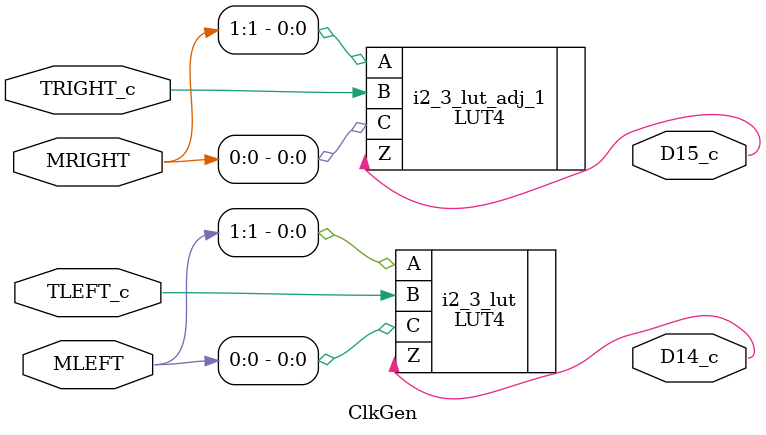
<source format=v>

module LL (LED, DIR, INV, MLEFT, MRIGHT, TLEFT, TRIGHT, D14, 
           D15);   // l:/dt/lauflicht.vhd(6[8:10])
    output [7:0]LED;   // l:/dt/lauflicht.vhd(8[3:6])
    input DIR;   // l:/dt/lauflicht.vhd(9[3:6])
    input INV;   // l:/dt/lauflicht.vhd(9[8:11])
    input [1:0]MLEFT;   // l:/dt/lauflicht.vhd(10[3:8])
    input [1:0]MRIGHT;   // l:/dt/lauflicht.vhd(11[3:9])
    input TLEFT;   // l:/dt/lauflicht.vhd(12[3:8])
    input TRIGHT;   // l:/dt/lauflicht.vhd(13[3:9])
    output D14;   // l:/dt/lauflicht.vhd(14[3:6])
    output D15;   // l:/dt/lauflicht.vhd(14[8:11])
    
    wire [7:0]LED_c;   // l:/dt/lauflicht.vhd(8[3:6])
    wire DIR_c;   // l:/dt/lauflicht.vhd(9[3:6])
    wire INV_c;   // l:/dt/lauflicht.vhd(9[8:11])
    wire [1:0]MLEFT_c;   // l:/dt/lauflicht.vhd(10[3:8])
    wire [1:0]MRIGHT_c;   // l:/dt/lauflicht.vhd(11[3:9])
    wire TLEFT_c;   // l:/dt/lauflicht.vhd(12[3:8])
    wire TRIGHT_c;   // l:/dt/lauflicht.vhd(13[3:9])
    wire D14_c;   // l:/dt/lauflicht.vhd(14[3:6])
    wire D15_c;   // l:/dt/lauflicht.vhd(14[8:11])
    wire [7:0]regi;   // l:/dt/lauflicht.vhd(22[10:14])
    
    wire GND_net;
    wire [7:0]n20;
    
    wire VCC_net;
    
    VHI i36 (.Z(VCC_net));
    OB LED_pad_6 (.I(LED_c[6]), .O(LED[6]));
    OB LED_pad_3 (.I(LED_c[3]), .O(LED[3]));
    FD1S3AX regi_i1 (.D(n20[1]), .CK(D14_c), .Q(regi[1]));
    defparam regi_i1.GSR = "DISABLED";
    OB LED_pad_7 (.I(LED_c[7]), .O(LED[7]));
    LUT4 i24_2_lut (.A(regi[3]), .B(INV_c), .Z(LED_c[3])) /* synthesis lut_function=(!(A (B)+!A !(B))) */ ;
    defparam i24_2_lut.init = 16'h6666;
    OB LED_pad_4 (.I(LED_c[4]), .O(LED[4]));
    FD1S3AX regi_i0 (.D(n20[0]), .CK(D14_c), .Q(regi[0]));
    defparam regi_i0.GSR = "DISABLED";
    OB LED_pad_5 (.I(LED_c[5]), .O(LED[5]));
    PUR PUR_INST (.PUR(VCC_net));
    defparam PUR_INST.RST_PULSE = 1;
    VLO i52 (.Z(GND_net));
    OB LED_pad_2 (.I(LED_c[2]), .O(LED[2]));
    OB LED_pad_1 (.I(LED_c[1]), .O(LED[1]));
    OB LED_pad_0 (.I(LED_c[0]), .O(LED[0]));
    OB D14_pad (.I(D14_c), .O(D14));
    OB D15_pad (.I(D15_c), .O(D15));
    IB DIR_pad (.I(DIR), .O(DIR_c));
    IB INV_pad (.I(INV), .O(INV_c));
    IB MLEFT_pad_1 (.I(MLEFT[1]), .O(MLEFT_c[1]));
    IB MLEFT_pad_0 (.I(MLEFT[0]), .O(MLEFT_c[0]));
    IB MRIGHT_pad_1 (.I(MRIGHT[1]), .O(MRIGHT_c[1]));
    IB MRIGHT_pad_0 (.I(MRIGHT[0]), .O(MRIGHT_c[0]));
    IB TLEFT_pad (.I(TLEFT), .O(TLEFT_c));
    IB TRIGHT_pad (.I(TRIGHT), .O(TRIGHT_c));
    LUT4 i25_2_lut (.A(regi[4]), .B(INV_c), .Z(LED_c[4])) /* synthesis lut_function=(!(A (B)+!A !(B))) */ ;
    defparam i25_2_lut.init = 16'h6666;
    FD1S3AX regi_i2 (.D(n20[2]), .CK(D14_c), .Q(regi[2]));
    defparam regi_i2.GSR = "DISABLED";
    FD1S3AX regi_i3 (.D(n20[3]), .CK(D14_c), .Q(regi[3]));
    defparam regi_i3.GSR = "DISABLED";
    FD1S3AX regi_i4 (.D(n20[4]), .CK(D14_c), .Q(regi[4]));
    defparam regi_i4.GSR = "DISABLED";
    FD1S3AX regi_i5 (.D(n20[5]), .CK(D14_c), .Q(regi[5]));
    defparam regi_i5.GSR = "DISABLED";
    FD1S3AX regi_i6 (.D(n20[6]), .CK(D14_c), .Q(regi[6]));
    defparam regi_i6.GSR = "DISABLED";
    FD1S3AY regi_i7 (.D(n20[7]), .CK(D14_c), .Q(regi[7]));
    defparam regi_i7.GSR = "DISABLED";
    LUT4 i27_2_lut (.A(regi[6]), .B(INV_c), .Z(LED_c[6])) /* synthesis lut_function=(!(A (B)+!A !(B))) */ ;
    defparam i27_2_lut.init = 16'h6666;
    LUT4 i28_2_lut (.A(regi[7]), .B(INV_c), .Z(LED_c[7])) /* synthesis lut_function=(!(A (B)+!A !(B))) */ ;
    defparam i28_2_lut.init = 16'h6666;
    GSR GSR_INST (.GSR(VCC_net));
    LUT4 mux_7_i2_3_lut (.A(regi[0]), .B(regi[2]), .C(DIR_c), .Z(n20[1])) /* synthesis lut_function=(A (B+!(C))+!A (B (C))) */ ;
    defparam mux_7_i2_3_lut.init = 16'hcaca;
    ClkGen Clock (.MLEFT({MLEFT_c}), .TLEFT_c(TLEFT_c), .D14_c(D14_c), 
           .MRIGHT({MRIGHT_c}), .TRIGHT_c(TRIGHT_c), .D15_c(D15_c));
    LUT4 mux_7_i1_3_lut (.A(regi[7]), .B(regi[1]), .C(DIR_c), .Z(n20[0])) /* synthesis lut_function=(A (B+!(C))+!A (B (C))) */ ;
    defparam mux_7_i1_3_lut.init = 16'hcaca;
    LUT4 i26_2_lut (.A(regi[5]), .B(INV_c), .Z(LED_c[5])) /* synthesis lut_function=(!(A (B)+!A !(B))) */ ;
    defparam i26_2_lut.init = 16'h6666;
    LUT4 i23_2_lut (.A(regi[2]), .B(INV_c), .Z(LED_c[2])) /* synthesis lut_function=(!(A (B)+!A !(B))) */ ;
    defparam i23_2_lut.init = 16'h6666;
    LUT4 i22_2_lut (.A(regi[1]), .B(INV_c), .Z(LED_c[1])) /* synthesis lut_function=(!(A (B)+!A !(B))) */ ;
    defparam i22_2_lut.init = 16'h6666;
    LUT4 i21_2_lut (.A(regi[0]), .B(INV_c), .Z(LED_c[0])) /* synthesis lut_function=(!(A (B)+!A !(B))) */ ;
    defparam i21_2_lut.init = 16'h6666;
    LUT4 mux_7_i3_3_lut (.A(regi[1]), .B(regi[3]), .C(DIR_c), .Z(n20[2])) /* synthesis lut_function=(A (B+!(C))+!A (B (C))) */ ;
    defparam mux_7_i3_3_lut.init = 16'hcaca;
    LUT4 mux_7_i4_3_lut (.A(regi[2]), .B(regi[4]), .C(DIR_c), .Z(n20[3])) /* synthesis lut_function=(A (B+!(C))+!A (B (C))) */ ;
    defparam mux_7_i4_3_lut.init = 16'hcaca;
    LUT4 mux_7_i5_3_lut (.A(regi[3]), .B(regi[5]), .C(DIR_c), .Z(n20[4])) /* synthesis lut_function=(A (B+!(C))+!A (B (C))) */ ;
    defparam mux_7_i5_3_lut.init = 16'hcaca;
    LUT4 mux_7_i6_3_lut (.A(regi[4]), .B(regi[6]), .C(DIR_c), .Z(n20[5])) /* synthesis lut_function=(A (B+!(C))+!A (B (C))) */ ;
    defparam mux_7_i6_3_lut.init = 16'hcaca;
    LUT4 mux_7_i7_3_lut (.A(regi[5]), .B(regi[7]), .C(DIR_c), .Z(n20[6])) /* synthesis lut_function=(A (B+!(C))+!A (B (C))) */ ;
    defparam mux_7_i7_3_lut.init = 16'hcaca;
    LUT4 mux_7_i8_3_lut (.A(regi[6]), .B(regi[0]), .C(DIR_c), .Z(n20[7])) /* synthesis lut_function=(A (B+!(C))+!A (B (C))) */ ;
    defparam mux_7_i8_3_lut.init = 16'hcaca;
    
endmodule
//
// Verilog Description of module PUR
// module not written out since it is a black-box. 
//

//
// Verilog Description of module ClkGen
//

module ClkGen (MLEFT, TLEFT_c, D14_c, MRIGHT, TRIGHT_c, D15_c);
    input [1:0]MLEFT;
    input TLEFT_c;
    output D14_c;
    input [1:0]MRIGHT;
    input TRIGHT_c;
    output D15_c;
    
    
    LUT4 i2_3_lut (.A(MLEFT[1]), .B(TLEFT_c), .C(MLEFT[0]), .Z(D14_c)) /* synthesis lut_function=(!(A+((C)+!B))) */ ;
    defparam i2_3_lut.init = 16'h0404;
    LUT4 i2_3_lut_adj_1 (.A(MRIGHT[1]), .B(TRIGHT_c), .C(MRIGHT[0]), .Z(D15_c)) /* synthesis lut_function=(!(A+((C)+!B))) */ ;
    defparam i2_3_lut_adj_1.init = 16'h0404;
    
endmodule

</source>
